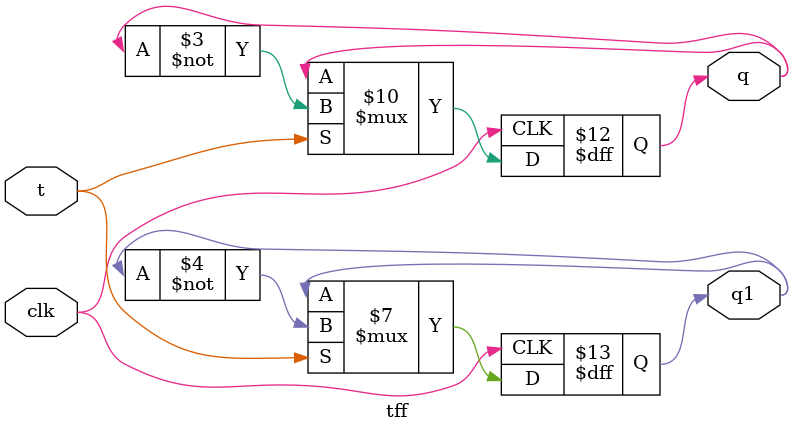
<source format=v>
module tff(q, q1,t,clk);
output q,q1;
input t,clk;
reg q,q1;
initial 
	begin
		q=1'b0;
		q1=1'b1;
	end
always @(posedge clk)
begin
	if(t==0)
	begin
		q<=q;
		q1<=q1;
	end
	else
	begin
		q<=~q;
		q1<=~q1;
	end
end
endmodule
</source>
